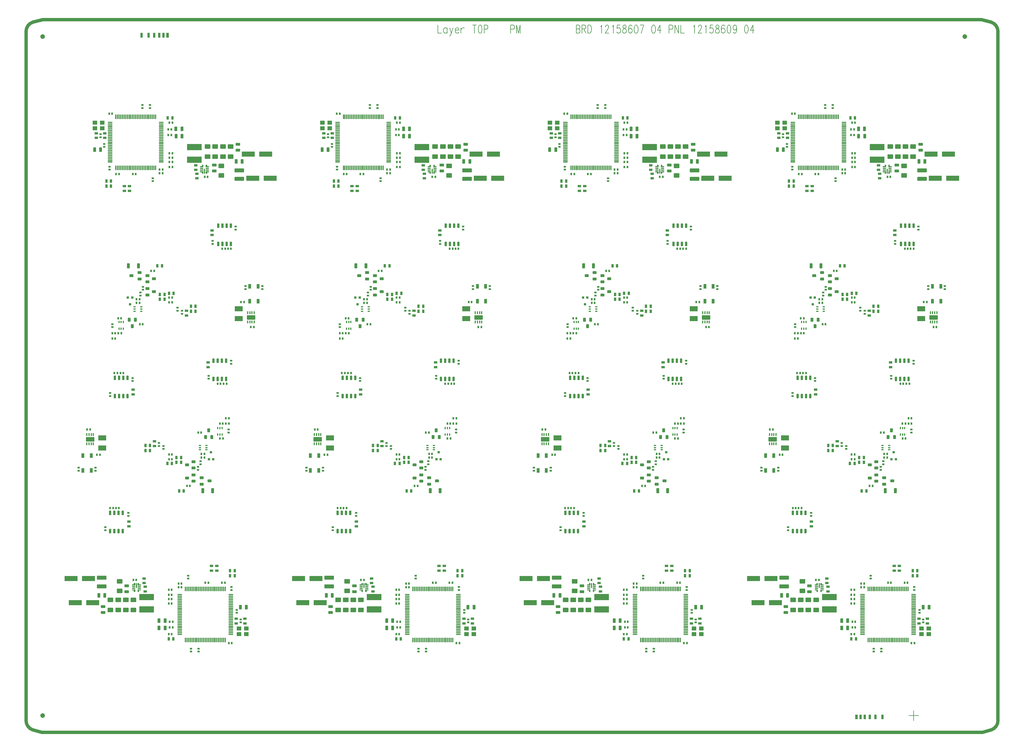
<source format=gbr>
*
G04 Job   : C:\Users\kuehne01\Desktop\Mentor_kuehne01\_JLR\12158607\Panel_12158609\12158609.pnl*
G04 User  : DE230259:kuehne01*
G04 Layer : SolderPasteTop.gbr*
G04 Date  : Tue Jul 23 11:50:02 2024*
G04 Expedition Layer: Solder Paste - Top*
%ICAS*%
%MOIN*%
%FSDAX24Y24*%
%OFA0.0000B0.0000*%
G90*
G74*
%AMVB_RCRECTANGLE*
$3=$3X2*
21,1,$1-$3,$2,0,0,0*
21,1,$1,$2-$3,0,0,0*
$1=$1/2*
$2=$2/2*
$3=$3/2*
$1=$1-$3*
$2=$2-$3*
1,1,$3X2,0-$1,0-$2*
1,1,$3X2,0-$1,$2*
1,1,$3X2,$1,$2*
1,1,$3X2,$1,0-$2*
%
%ADD11C,0.00787*%
%ADD10C,0.03937*%
%ADD20VB_RCRECTANGLE,0.02362X0.01575X0.00197*%
%ADD26VB_RCRECTANGLE,0.01575X0.02362X0.00197*%
%ADD19VB_RCRECTANGLE,0.02756X0.01969X0.00197*%
%ADD16VB_RCRECTANGLE,0.01969X0.02756X0.00197*%
%ADD25VB_RCRECTANGLE,0.02362X0.02953X0.00197*%
%ADD31VB_RCRECTANGLE,0.01575X0.03150X0.00197*%
%ADD73VB_RCRECTANGLE,0.03937X0.01083X0.00197*%
%ADD14VB_RCRECTANGLE,0.03937X0.02756X0.00197*%
%ADD70VB_RCRECTANGLE,0.02756X0.03937X0.00197*%
%ADD28VB_RCRECTANGLE,0.04724X0.03150X0.00197*%
%ADD17VB_RCRECTANGLE,0.03150X0.04724X0.00197*%
%ADD21VB_RCRECTANGLE,0.02362X0.05118X0.00197*%
%ADD22VB_RCRECTANGLE,0.05118X0.03150X0.00197*%
%ADD71VB_RCRECTANGLE,0.03150X0.05118X0.00197*%
%ADD13VB_RCRECTANGLE,0.05512X0.01181X0.00197*%
%ADD12VB_RCRECTANGLE,0.01181X0.05512X0.00197*%
%ADD33VB_RCRECTANGLE,0.03543X0.05512X0.00197*%
%ADD15VB_RCRECTANGLE,0.05512X0.04724X0.00197*%
%ADD72VB_RCRECTANGLE,0.01378X0.05906X0.00197*%
%ADD24VB_RCRECTANGLE,0.03150X0.05906X0.00197*%
%ADD18VB_RCRECTANGLE,0.06693X0.05118X0.00197*%
%ADD27VB_RCRECTANGLE,0.09449X0.06299X0.00197*%
%ADD32VB_RCRECTANGLE,0.09843X0.05118X0.00197*%
%ADD30VB_RCRECTANGLE,0.11024X0.04724X0.00197*%
%ADD29VB_RCRECTANGLE,0.15157X0.06299X0.00197*%
%ADD23VB_RCRECTANGLE,0.17323X0.07480X0.00197*%
G01*
G36*
X-103425Y-000283D02*
Y-000039D01*
X-103669*
G02X-103671Y000000I000283J000039*
X-103386Y000285I000285*
X-103346Y000283J000285*
G01Y000039*
X-103103*
G02X-103100Y000000I000283J000039*
X-103386Y-000285I000286*
X-103425Y-000283J000285*
G01Y000283D02*
Y000039D01*
X-103669*
G03X-103671Y000000I000283J000039*
X-103386Y-000285I000285*
X-103346Y-000283J000285*
G01Y-000039*
X-103103*
G03X-103100Y000000I000283J000039*
X-103386Y000285I000286*
X-103425Y000283J000285*
G01Y080347D02*
Y080591D01*
X-103669*
G02X-103671Y080630I000283J000039*
X-103386Y080915I000285*
X-103346Y080913J000285*
G01Y080669*
X-103103*
G02X-103100Y080630I000283J000039*
X-103386Y080344I000286*
X-103425Y080347J000286*
G01Y080913D02*
Y080669D01*
X-103669*
G03X-103671Y080630I000283J000039*
X-103386Y080344I000285*
X-103346Y080347J000286*
G01Y080591*
X-103103*
G03X-103100Y080630I000283J000039*
X-103386Y080915I000286*
X-103425Y080913J000285*
G01X-092406Y014972D02*
X-092760D01*
G03X-092780Y014953J000019*
G01Y014874*
G03X-092760Y014854I000020*
G01X-092563*
Y014697*
G03X-092543Y014677I000020*
G01X-092406*
G03X-092386Y014697J000020*
G01Y014953*
G03X-092406Y014972I000020*
G01Y015445D02*
X-092760D01*
G02X-092780Y015465J000020*
G01Y015543*
G02X-092760Y015563I000020*
G01X-092563*
Y015720*
G02X-092543Y015740I000020*
G01X-092406*
G02X-092386Y015720J000020*
G01Y015465*
G02X-092406Y015445I000020*
G01X-092091Y014972D02*
X-091736D01*
G02X-091717Y014953J000019*
G01Y014874*
G02X-091736Y014854I000019*
G01X-091933*
Y014697*
G02X-091953Y014677I000020*
G01X-092091*
G02X-092110Y014697J000020*
G01Y014953*
G02X-092091Y014972I000019*
G01Y015445D02*
X-091736D01*
G03X-091717Y015465J000020*
G01Y015543*
G03X-091736Y015563I000019*
G01X-091933*
Y015720*
G03X-091953Y015740I000020*
G01X-092091*
G03X-092110Y015720J000020*
G01Y015465*
G03X-092091Y015445I000019*
G01X-091772Y080512D02*
X-091496D01*
Y081063*
X-091772*
Y080512*
X-090945D02*
X-090669D01*
Y081063*
X-090945*
Y080512*
X-090276D02*
X-090000D01*
Y081063*
X-090276*
Y080512*
X-089685D02*
X-089409D01*
Y081063*
X-089685*
Y080512*
X-089173D02*
X-088898D01*
Y081063*
X-089173*
Y080512*
X-088701D02*
X-088425D01*
Y081063*
X-088701*
Y080512*
X-084327Y064634D02*
X-084681D01*
G03X-084701Y064614J000020*
G01Y064535*
G03X-084681Y064516I000020*
G01X-084484*
Y064358*
G03X-084465Y064339I000019*
G01X-084327*
G03X-084307Y064358J000019*
G01Y064614*
G03X-084327Y064634I000020*
G01Y065106D02*
X-084681D01*
G02X-084701Y065126J000020*
G01Y065205*
G02X-084681Y065224I000020*
G01X-084484*
Y065382*
G02X-084465Y065402I000019*
G01X-084327*
G02X-084307Y065382J000020*
G01Y065126*
G02X-084327Y065106I000020*
G01X-084012Y064634D02*
X-083657D01*
G02X-083638Y064614J000020*
G01Y064535*
G02X-083657Y064516I000019*
G01X-083854*
Y064358*
G02X-083874Y064339I000020*
G01X-084012*
G02X-084031Y064358J000019*
G01Y064614*
G02X-084012Y064634I000019*
G01Y065106D02*
X-083657D01*
G03X-083638Y065126J000020*
G01Y065205*
G03X-083657Y065224I000019*
G01X-083854*
Y065382*
G03X-083874Y065402I000020*
G01X-084012*
G03X-084031Y065382J000020*
G01Y065126*
G03X-084012Y065106I000019*
G01X-065398Y014972D02*
X-065752D01*
G03X-065772Y014953J000019*
G01Y014874*
G03X-065752Y014854I000020*
G01X-065555*
Y014697*
G03X-065535Y014677I000020*
G01X-065398*
G03X-065378Y014697J000020*
G01Y014953*
G03X-065398Y014972I000020*
G01Y015445D02*
X-065752D01*
G02X-065772Y015465J000020*
G01Y015543*
G02X-065752Y015563I000020*
G01X-065555*
Y015720*
G02X-065535Y015740I000020*
G01X-065398*
G02X-065378Y015720J000020*
G01Y015465*
G02X-065398Y015445I000020*
G01X-065083Y014972D02*
X-064728D01*
G02X-064709Y014953J000019*
G01Y014874*
G02X-064728Y014854I000019*
G01X-064925*
Y014697*
G02X-064945Y014677I000020*
G01X-065083*
G02X-065102Y014697J000020*
G01Y014953*
G02X-065083Y014972I000019*
G01Y015445D02*
X-064728D01*
G03X-064709Y015465J000020*
G01Y015543*
G03X-064728Y015563I000019*
G01X-064925*
Y015720*
G03X-064945Y015740I000020*
G01X-065083*
G03X-065102Y015720J000020*
G01Y015465*
G03X-065083Y015445I000019*
G01X-057319Y064634D02*
X-057673D01*
G03X-057693Y064614J000020*
G01Y064535*
G03X-057673Y064516I000020*
G01X-057476*
Y064358*
G03X-057457Y064339I000019*
G01X-057319*
G03X-057299Y064358J000019*
G01Y064614*
G03X-057319Y064634I000020*
G01Y065106D02*
X-057673D01*
G02X-057693Y065126J000020*
G01Y065205*
G02X-057673Y065224I000020*
G01X-057476*
Y065382*
G02X-057457Y065402I000019*
G01X-057319*
G02X-057299Y065382J000020*
G01Y065126*
G02X-057319Y065106I000020*
G01X-057004Y064634D02*
X-056650D01*
G02X-056630Y064614J000020*
G01Y064535*
G02X-056650Y064516I000020*
G01X-056846*
Y064358*
G02X-056866Y064339I000020*
G01X-057004*
G02X-057024Y064358J000019*
G01Y064614*
G02X-057004Y064634I000020*
G01Y065106D02*
X-056650D01*
G03X-056630Y065126J000020*
G01Y065205*
G03X-056650Y065224I000020*
G01X-056846*
Y065382*
G03X-056866Y065402I000020*
G01X-057004*
G03X-057024Y065382J000020*
G01Y065126*
G03X-057004Y065106I000020*
G01X-038390Y014972D02*
X-038744D01*
G03X-038764Y014953J000019*
G01Y014874*
G03X-038744Y014854I000020*
G01X-038547*
Y014697*
G03X-038528Y014677I000019*
G01X-038390*
G03X-038370Y014697J000020*
G01Y014953*
G03X-038390Y014972I000020*
G01Y015445D02*
X-038744D01*
G02X-038764Y015465J000020*
G01Y015543*
G02X-038744Y015563I000020*
G01X-038547*
Y015720*
G02X-038528Y015740I000019*
G01X-038390*
G02X-038370Y015720J000020*
G01Y015465*
G02X-038390Y015445I000020*
G01X-038075Y014972D02*
X-037720D01*
G02X-037701Y014953J000019*
G01Y014874*
G02X-037720Y014854I000019*
G01X-037917*
Y014697*
G02X-037937Y014677I000020*
G01X-038075*
G02X-038094Y014697J000020*
G01Y014953*
G02X-038075Y014972I000019*
G01Y015445D02*
X-037720D01*
G03X-037701Y015465J000020*
G01Y015543*
G03X-037720Y015563I000019*
G01X-037917*
Y015720*
G03X-037937Y015740I000020*
G01X-038075*
G03X-038094Y015720J000020*
G01Y015465*
G03X-038075Y015445I000019*
G01X-030311Y064634D02*
X-030665D01*
G03X-030685Y064614J000020*
G01Y064535*
G03X-030665Y064516I000020*
G01X-030469*
Y064358*
G03X-030449Y064339I000020*
G01X-030311*
G03X-030291Y064358J000019*
G01Y064614*
G03X-030311Y064634I000020*
G01Y065106D02*
X-030665D01*
G02X-030685Y065126J000020*
G01Y065205*
G02X-030665Y065224I000020*
G01X-030469*
Y065382*
G02X-030449Y065402I000020*
G01X-030311*
G02X-030291Y065382J000020*
G01Y065126*
G02X-030311Y065106I000020*
G01X-029996Y064634D02*
X-029642D01*
G02X-029622Y064614J000020*
G01Y064535*
G02X-029642Y064516I000020*
G01X-029839*
Y064358*
G02X-029858Y064339I000019*
G01X-029996*
G02X-030016Y064358J000019*
G01Y064614*
G02X-029996Y064634I000020*
G01Y065106D02*
X-029642D01*
G03X-029622Y065126J000020*
G01Y065205*
G03X-029642Y065224I000020*
G01X-029839*
Y065382*
G03X-029858Y065402I000019*
G01X-029996*
G03X-030016Y065382J000020*
G01Y065126*
G03X-029996Y065106I000020*
G01X-011382Y014972D02*
X-011736D01*
G03X-011756Y014953J000019*
G01Y014874*
G03X-011736Y014854I000020*
G01X-011539*
Y014697*
G03X-011520Y014677I000019*
G01X-011382*
G03X-011362Y014697J000020*
G01Y014953*
G03X-011382Y014972I000020*
G01Y015445D02*
X-011736D01*
G02X-011756Y015465J000020*
G01Y015543*
G02X-011736Y015563I000020*
G01X-011539*
Y015720*
G02X-011520Y015740I000019*
G01X-011382*
G02X-011362Y015720J000020*
G01Y015465*
G02X-011382Y015445I000020*
G01X-011067Y014972D02*
X-010713D01*
G02X-010693Y014953J000019*
G01Y014874*
G02X-010713Y014854I000020*
G01X-010909*
Y014697*
G02X-010929Y014677I000020*
G01X-011067*
G02X-011087Y014697J000020*
G01Y014953*
G02X-011067Y014972I000020*
G01Y015445D02*
X-010713D01*
G03X-010693Y015465J000020*
G01Y015543*
G03X-010713Y015563I000020*
G01X-010909*
Y015720*
G03X-010929Y015740I000020*
G01X-011067*
G03X-011087Y015720J000020*
G01Y015465*
G03X-011067Y015445I000020*
G01X-006929Y-000433D02*
X-006654D01*
Y000118*
X-006929*
Y-000433*
X-006457D02*
X-006181D01*
Y000118*
X-006457*
Y-000433*
X-005945D02*
X-005669D01*
Y000118*
X-005945*
Y-000433*
X-005354D02*
X-005079D01*
Y000118*
X-005354*
Y-000433*
X-004685D02*
X-004409D01*
Y000118*
X-004685*
Y-000433*
X-003858D02*
X-003583D01*
Y000118*
X-003858*
Y-000433*
X-003303Y064634D02*
X-003657D01*
G03X-003677Y064614J000020*
G01Y064535*
G03X-003657Y064516I000020*
G01X-003461*
Y064358*
G03X-003441Y064339I000020*
G01X-003303*
G03X-003283Y064358J000019*
G01Y064614*
G03X-003303Y064634I000020*
G01Y065106D02*
X-003657D01*
G02X-003677Y065126J000020*
G01Y065205*
G02X-003657Y065224I000020*
G01X-003461*
Y065382*
G02X-003441Y065402I000020*
G01X-003303*
G02X-003283Y065382J000020*
G01Y065126*
G02X-003303Y065106I000020*
G01X-002988Y064634D02*
X-002634D01*
G02X-002614Y064614J000020*
G01Y064535*
G02X-002634Y064516I000020*
G01X-002831*
Y064358*
G02X-002850Y064339I000019*
G01X-002988*
G02X-003008Y064358J000019*
G01Y064614*
G02X-002988Y064634I000020*
G01Y065106D02*
X-002634D01*
G03X-002614Y065126J000020*
G01Y065205*
G03X-002634Y065224I000020*
G01X-002831*
Y065382*
G03X-002850Y065402I000019*
G01X-002988*
G03X-003008Y065382J000020*
G01Y065126*
G03X-002988Y065106I000020*
G01X006024Y080347D02*
Y080591D01*
X005780*
G02X005778Y080630I000283J000039*
X006063Y080915I000285*
X006102Y080913J000285*
G01Y080669*
X006346*
G02X006348Y080630I000283J000039*
X006063Y080344I000285*
X006024Y080347J000286*
G01Y080913D02*
Y080669D01*
X005780*
G03X005778Y080630I000283J000039*
X006063Y080344I000285*
X006102Y080347J000286*
G01Y080591*
X006346*
G03X006348Y080630I000283J000039*
X006063Y080915I000285*
X006024Y080913J000285*
G37*
G54D10*
G01X-105354Y081220D02*
Y-000591D01*
G03X-104567Y-001704I001181*
G01X-103493Y-001987*
G03X-103339Y-002008I000154J000570*
G01X007995*
G03X008151Y-001987J000591*
G01X009213Y-001704*
G03X010000Y-000591I000394J001113*
G01Y081220*
G03X009213Y082334I001181*
G01X008142Y082618*
G03X007992Y082638I000151J000571*
G01X-103339*
G03X-103341I000002J000591*
X-103492Y082618J000591*
G01X-104567Y082334*
G03X-105354Y081220I000394J001114*
G54D11*
G01X-056494Y082009D02*
Y081025D01*
X-056055*
X-055366Y081532D02*
X-055439Y081621D01*
X-055512Y081666*
X-055627*
X-055700Y081621*
X-055773Y081532*
X-055805Y081397*
Y081293*
X-055773Y081159*
X-055700Y081069*
X-055627Y081025*
X-055512*
X-055439Y081069*
X-055366Y081159*
Y081666D02*
Y081025D01*
X-055084Y081666D02*
X-054886Y081025D01*
X-054677Y081666D02*
X-054886Y081025D01*
X-054949Y080831*
X-055022Y080741*
X-055084Y080697*
X-055116*
X-054427Y081397D02*
X-053988D01*
Y081487*
X-054020Y081576*
X-054061Y081621*
X-054134Y081666*
X-054249*
X-054322Y081621*
X-054395Y081532*
X-054427Y081397*
Y081293*
X-054395Y081159*
X-054322Y081069*
X-054249Y081025*
X-054134*
X-054061Y081069*
X-053988Y081159*
X-053738Y081397D02*
X-053686Y081532D01*
X-053581Y081621*
X-053466Y081666*
X-053299*
X-053738D02*
Y081025D01*
X-052360Y082009D02*
X-051921D01*
X-052141D02*
Y081025D01*
X-051514Y082009D02*
X-051566Y081949D01*
X-051619Y081860*
X-051650Y081770*
X-051671Y081636*
Y081397*
X-051650Y081263*
X-051619Y081159*
X-051566Y081069*
X-051514Y081025*
X-051399*
X-051347Y081069*
X-051285Y081159*
X-051264Y081263*
X-051232Y081397*
Y081636*
X-051264Y081770*
X-051285Y081860*
X-051347Y081949*
X-051399Y082009*
X-051514*
X-050982Y081025D02*
Y082009D01*
X-050700*
X-050606Y081949*
X-050575Y081904*
X-050543Y081815*
Y081681*
X-050575Y081576*
X-050606Y081532*
X-050700Y081487*
X-050982*
X-047832Y081025D02*
Y082009D01*
X-047550*
X-047456Y081949*
X-047425Y081904*
X-047394Y081815*
Y081681*
X-047425Y081576*
X-047456Y081532*
X-047550Y081487*
X-047832*
X-047143Y081025D02*
Y082009D01*
X-046924Y081025*
X-046705Y082009*
Y081025*
X-040053Y081532D02*
X-039771D01*
X-039677Y081487*
X-039646Y081442*
X-039615Y081353*
Y081204*
X-039646Y081114*
X-039677Y081070*
X-039771Y081025*
X-040053*
Y082009*
X-039771*
X-039677Y081949*
X-039646Y081905*
X-039615Y081815*
Y081726*
X-039646Y081636*
X-039677Y081577*
X-039771Y081532*
X-039364Y081025D02*
Y082009D01*
X-039082*
X-038988Y081949*
X-038957Y081905*
X-038926Y081815*
Y081726*
X-038957Y081636*
X-038988Y081577*
X-039082Y081532*
X-039364*
X-039145D02*
X-038926Y081025D01*
X-038675Y082009D02*
X-038456D01*
X-038362Y081949*
X-038299Y081860*
X-038268Y081770*
X-038237Y081636*
Y081398*
X-038268Y081263*
X-038299Y081159*
X-038362Y081070*
X-038456Y081025*
X-038675*
Y082009*
X-037130Y081815D02*
X-037089Y081860D01*
X-037036Y081994*
Y081025*
X-036577Y081770D02*
Y081815D01*
X-036546Y081905*
X-036514Y081949*
X-036452Y082009*
X-036327*
X-036264Y081949*
X-036233Y081905*
X-036201Y081815*
Y081726*
X-036233Y081636*
X-036295Y081487*
X-036608Y081025*
X-036170*
X-035752Y081815D02*
X-035711Y081860D01*
X-035658Y081994*
Y081025*
X-034855Y081994D02*
X-035168D01*
X-035199Y081577*
X-035168Y081621*
X-035074Y081666*
X-034980*
X-034886Y081621*
X-034823Y081532*
X-034792Y081398*
Y081293*
X-034823Y081159*
X-034886Y081070*
X-034980Y081025*
X-035074*
X-035168Y081070*
X-035199Y081114*
X-035230Y081204*
X-034385Y081994D02*
X-034479Y081949D01*
X-034510Y081860*
Y081770*
X-034479Y081666*
X-034416Y081621*
X-034291Y081577*
X-034197Y081532*
X-034134Y081442*
X-034103Y081353*
Y081204*
X-034134Y081114*
X-034166Y081070*
X-034260Y081025*
X-034385*
X-034479Y081070*
X-034510Y081114*
X-034541Y081204*
Y081353*
X-034510Y081442*
X-034448Y081532*
X-034354Y081577*
X-034228Y081621*
X-034166Y081666*
X-034134Y081770*
Y081860*
X-034166Y081949*
X-034260Y081994*
X-034385*
X-033445Y081860D02*
X-033477Y081949D01*
X-033581Y081994*
X-033654*
X-033759Y081949*
X-033821Y081815*
X-033853Y081577*
Y081353*
X-033821Y081159*
X-033759Y081070*
X-033654Y081025*
X-033623*
X-033518Y081070*
X-033445Y081159*
X-033414Y081293*
Y081353*
X-033445Y081487*
X-033518Y081577*
X-033623Y081621*
X-033654*
X-033759Y081577*
X-033821Y081487*
X-033853Y081353*
X-032976Y081994D02*
X-033070Y081949D01*
X-033132Y081815*
X-033164Y081577*
Y081442*
X-033132Y081204*
X-033070Y081070*
X-032976Y081025*
X-032913*
X-032819Y081070*
X-032756Y081204*
X-032725Y081442*
Y081577*
X-032756Y081815*
X-032819Y081949*
X-032913Y081994*
X-032976*
X-032475D02*
X-032036D01*
X-032349Y081025*
X-030909Y081994D02*
X-031003Y081949D01*
X-031065Y081815*
X-031097Y081577*
Y081442*
X-031065Y081204*
X-031003Y081070*
X-030909Y081025*
X-030846*
X-030752Y081070*
X-030690Y081204*
X-030658Y081442*
Y081577*
X-030690Y081815*
X-030752Y081949*
X-030846Y081994*
X-030909*
X-030115D02*
Y081025D01*
Y081994D02*
X-030408Y081353D01*
X-029969*
X-029030Y081025D02*
Y082009D01*
X-028748*
X-028654Y081949*
X-028623Y081905*
X-028591Y081815*
Y081681*
X-028623Y081577*
X-028654Y081532*
X-028748Y081487*
X-029030*
X-028341Y081025D02*
Y082009D01*
X-027902Y081025*
Y082009*
X-027652D02*
Y081025D01*
X-027213*
X-026107Y081815D02*
X-026065Y081860D01*
X-026013Y081994*
Y081025*
X-025554Y081770D02*
Y081815D01*
X-025522Y081905*
X-025491Y081949*
X-025428Y082009*
X-025303*
X-025240Y081949*
X-025209Y081905*
X-025178Y081815*
Y081726*
X-025209Y081636*
X-025272Y081487*
X-025585Y081025*
X-025147*
X-024729Y081815D02*
X-024687Y081860D01*
X-024635Y081994*
Y081025*
X-023831Y081994D02*
X-024144D01*
X-024176Y081577*
X-024144Y081621*
X-024050Y081666*
X-023957*
X-023863Y081621*
X-023800Y081532*
X-023769Y081398*
Y081293*
X-023800Y081159*
X-023863Y081070*
X-023957Y081025*
X-024050*
X-024144Y081070*
X-024176Y081114*
X-024207Y081204*
X-023362Y081994D02*
X-023455Y081949D01*
X-023487Y081860*
Y081770*
X-023455Y081666*
X-023393Y081621*
X-023268Y081577*
X-023174Y081532*
X-023111Y081442*
X-023080Y081353*
Y081204*
X-023111Y081114*
X-023142Y081070*
X-023236Y081025*
X-023362*
X-023455Y081070*
X-023487Y081114*
X-023518Y081204*
Y081353*
X-023487Y081442*
X-023424Y081532*
X-023330Y081577*
X-023205Y081621*
X-023142Y081666*
X-023111Y081770*
Y081860*
X-023142Y081949*
X-023236Y081994*
X-023362*
X-022422Y081860D02*
X-022453Y081949D01*
X-022558Y081994*
X-022631*
X-022735Y081949*
X-022798Y081815*
X-022829Y081577*
Y081353*
X-022798Y081159*
X-022735Y081070*
X-022631Y081025*
X-022599*
X-022495Y081070*
X-022422Y081159*
X-022391Y081293*
Y081353*
X-022422Y081487*
X-022495Y081577*
X-022599Y081621*
X-022631*
X-022735Y081577*
X-022798Y081487*
X-022829Y081353*
X-021952Y081994D02*
X-022046Y081949D01*
X-022109Y081815*
X-022140Y081577*
Y081442*
X-022109Y081204*
X-022046Y081070*
X-021952Y081025*
X-021890*
X-021796Y081070*
X-021733Y081204*
X-021702Y081442*
Y081577*
X-021733Y081815*
X-021796Y081949*
X-021890Y081994*
X-021952*
X-021013Y081681D02*
X-021044Y081532D01*
X-021107Y081442*
X-021222Y081398*
X-021253*
X-021357Y081442*
X-021420Y081532*
X-021451Y081681*
Y081726*
X-021420Y081860*
X-021357Y081949*
X-021253Y081994*
X-021222*
X-021107Y081949*
X-021044Y081860*
X-021013Y081681*
Y081442*
X-021044Y081204*
X-021107Y081070*
X-021222Y081025*
X-021284*
X-021389Y081070*
X-021420Y081159*
X-019885Y081994D02*
X-019979Y081949D01*
X-020042Y081815*
X-020073Y081577*
Y081442*
X-020042Y081204*
X-019979Y081070*
X-019885Y081025*
X-019823*
X-019729Y081070*
X-019666Y081204*
X-019635Y081442*
Y081577*
X-019666Y081815*
X-019729Y081949*
X-019823Y081994*
X-019885*
X-019092D02*
Y081025D01*
Y081994D02*
X-019384Y081353D01*
X-018946*
X-000591Y000000D02*
X000591D01*
X000000Y000591D02*
Y-000591D01*
G54D12*
X-094701Y065051D03*
Y071114D03*
X-094504Y065051D03*
Y071114D03*
X-094307Y065051D03*
Y071114D03*
X-094110Y065051D03*
Y071114D03*
X-093913Y065051D03*
Y071114D03*
X-093717Y065051D03*
Y071114D03*
X-093520Y065051D03*
Y071114D03*
X-093323Y065051D03*
Y071114D03*
X-093126Y065051D03*
Y071114D03*
X-092929Y065051D03*
Y071114D03*
X-092732Y065051D03*
Y071114D03*
X-092535Y065051D03*
Y071114D03*
X-092339Y065051D03*
Y071114D03*
X-092142Y065051D03*
Y071114D03*
X-091945Y065051D03*
Y071114D03*
X-091748Y065051D03*
Y071114D03*
X-091551Y065051D03*
Y071114D03*
X-091354Y065051D03*
Y071114D03*
X-091157Y065051D03*
Y071114D03*
X-090961Y065051D03*
Y071114D03*
X-090764Y065051D03*
Y071114D03*
X-090567Y065051D03*
Y071114D03*
X-090370Y065051D03*
Y071114D03*
X-090173Y065051D03*
Y071114D03*
X-089976Y065051D03*
Y071114D03*
X-086441Y008965D03*
Y015028D03*
X-086244Y008965D03*
Y015028D03*
X-086047Y008965D03*
Y015028D03*
X-085850Y008965D03*
Y015028D03*
X-085654Y008965D03*
Y015028D03*
X-085457Y008965D03*
Y015028D03*
X-085260Y008965D03*
Y015028D03*
X-085063Y008965D03*
Y015028D03*
X-084866Y008965D03*
Y015028D03*
X-084669Y008965D03*
Y015028D03*
X-084472Y008965D03*
Y015028D03*
X-084276Y008965D03*
Y015028D03*
X-084079Y008965D03*
Y015028D03*
X-083882Y008965D03*
Y015028D03*
X-083685Y008965D03*
Y015028D03*
X-083488Y008965D03*
Y015028D03*
X-083291Y008965D03*
Y015028D03*
X-083094Y008965D03*
Y015028D03*
X-082898Y008965D03*
Y015028D03*
X-082701Y008965D03*
Y015028D03*
X-082504Y008965D03*
Y015028D03*
X-082307Y008965D03*
Y015028D03*
X-082110Y008965D03*
Y015028D03*
X-081913Y008965D03*
Y015028D03*
X-081717Y008965D03*
Y015028D03*
X-067693Y065051D03*
Y071114D03*
X-067496Y065051D03*
Y071114D03*
X-067299Y065051D03*
Y071114D03*
X-067102Y065051D03*
Y071114D03*
X-066906Y065051D03*
Y071114D03*
X-066709Y065051D03*
Y071114D03*
X-066512Y065051D03*
Y071114D03*
X-066315Y065051D03*
Y071114D03*
X-066118Y065051D03*
Y071114D03*
X-065921Y065051D03*
Y071114D03*
X-065724Y065051D03*
Y071114D03*
X-065528Y065051D03*
Y071114D03*
X-065331Y065051D03*
Y071114D03*
X-065134Y065051D03*
Y071114D03*
X-064937Y065051D03*
Y071114D03*
X-064740Y065051D03*
Y071114D03*
X-064543Y065051D03*
Y071114D03*
X-064346Y065051D03*
Y071114D03*
X-064150Y065051D03*
Y071114D03*
X-063953Y065051D03*
Y071114D03*
X-063756Y065051D03*
Y071114D03*
X-063559Y065051D03*
Y071114D03*
X-063362Y065051D03*
Y071114D03*
X-063165Y065051D03*
Y071114D03*
X-062969Y065051D03*
Y071114D03*
X-059433Y008965D03*
Y015028D03*
X-059236Y008965D03*
Y015028D03*
X-059039Y008965D03*
Y015028D03*
X-058843Y008965D03*
Y015028D03*
X-058646Y008965D03*
Y015028D03*
X-058449Y008965D03*
Y015028D03*
X-058252Y008965D03*
Y015028D03*
X-058055Y008965D03*
Y015028D03*
X-057858Y008965D03*
Y015028D03*
X-057661Y008965D03*
Y015028D03*
X-057465Y008965D03*
Y015028D03*
X-057268Y008965D03*
Y015028D03*
X-057071Y008965D03*
Y015028D03*
X-056874Y008965D03*
Y015028D03*
X-056677Y008965D03*
Y015028D03*
X-056480Y008965D03*
Y015028D03*
X-056283Y008965D03*
Y015028D03*
X-056087Y008965D03*
Y015028D03*
X-055890Y008965D03*
Y015028D03*
X-055693Y008965D03*
Y015028D03*
X-055496Y008965D03*
Y015028D03*
X-055299Y008965D03*
Y015028D03*
X-055102Y008965D03*
Y015028D03*
X-054906Y008965D03*
Y015028D03*
X-054709Y008965D03*
Y015028D03*
X-040685Y065051D03*
Y071114D03*
X-040488Y065051D03*
Y071114D03*
X-040291Y065051D03*
Y071114D03*
X-040094Y065051D03*
Y071114D03*
X-039898Y065051D03*
Y071114D03*
X-039701Y065051D03*
Y071114D03*
X-039504Y065051D03*
Y071114D03*
X-039307Y065051D03*
Y071114D03*
X-039110Y065051D03*
Y071114D03*
X-038913Y065051D03*
Y071114D03*
X-038717Y065051D03*
Y071114D03*
X-038520Y065051D03*
Y071114D03*
X-038323Y065051D03*
Y071114D03*
X-038126Y065051D03*
Y071114D03*
X-037929Y065051D03*
Y071114D03*
X-037732Y065051D03*
Y071114D03*
X-037535Y065051D03*
Y071114D03*
X-037339Y065051D03*
Y071114D03*
X-037142Y065051D03*
Y071114D03*
X-036945Y065051D03*
Y071114D03*
X-036748Y065051D03*
Y071114D03*
X-036551Y065051D03*
Y071114D03*
X-036354Y065051D03*
Y071114D03*
X-036157Y065051D03*
Y071114D03*
X-035961Y065051D03*
Y071114D03*
X-032425Y008965D03*
Y015028D03*
X-032228Y008965D03*
Y015028D03*
X-032031Y008965D03*
Y015028D03*
X-031835Y008965D03*
Y015028D03*
X-031638Y008965D03*
Y015028D03*
X-031441Y008965D03*
Y015028D03*
X-031244Y008965D03*
Y015028D03*
X-031047Y008965D03*
Y015028D03*
X-030850Y008965D03*
Y015028D03*
X-030654Y008965D03*
Y015028D03*
X-030457Y008965D03*
Y015028D03*
X-030260Y008965D03*
Y015028D03*
X-030063Y008965D03*
Y015028D03*
X-029866Y008965D03*
Y015028D03*
X-029669Y008965D03*
Y015028D03*
X-029472Y008965D03*
Y015028D03*
X-029276Y008965D03*
Y015028D03*
X-029079Y008965D03*
Y015028D03*
X-028882Y008965D03*
Y015028D03*
X-028685Y008965D03*
Y015028D03*
X-028488Y008965D03*
Y015028D03*
X-028291Y008965D03*
Y015028D03*
X-028094Y008965D03*
Y015028D03*
X-027898Y008965D03*
Y015028D03*
X-027701Y008965D03*
Y015028D03*
X-013677Y065051D03*
Y071114D03*
X-013480Y065051D03*
Y071114D03*
X-013283Y065051D03*
Y071114D03*
X-013087Y065051D03*
Y071114D03*
X-012890Y065051D03*
Y071114D03*
X-012693Y065051D03*
Y071114D03*
X-012496Y065051D03*
Y071114D03*
X-012299Y065051D03*
Y071114D03*
X-012102Y065051D03*
Y071114D03*
X-011906Y065051D03*
Y071114D03*
X-011709Y065051D03*
Y071114D03*
X-011512Y065051D03*
Y071114D03*
X-011315Y065051D03*
Y071114D03*
X-011118Y065051D03*
Y071114D03*
X-010921Y065051D03*
Y071114D03*
X-010724Y065051D03*
Y071114D03*
X-010528Y065051D03*
Y071114D03*
X-010331Y065051D03*
Y071114D03*
X-010134Y065051D03*
Y071114D03*
X-009937Y065051D03*
Y071114D03*
X-009740Y065051D03*
Y071114D03*
X-009543Y065051D03*
Y071114D03*
X-009346Y065051D03*
Y071114D03*
X-009150Y065051D03*
Y071114D03*
X-008953Y065051D03*
Y071114D03*
X-005417Y008965D03*
Y015028D03*
X-005220Y008965D03*
Y015028D03*
X-005024Y008965D03*
Y015028D03*
X-004827Y008965D03*
Y015028D03*
X-004630Y008965D03*
Y015028D03*
X-004433Y008965D03*
Y015028D03*
X-004236Y008965D03*
Y015028D03*
X-004039Y008965D03*
Y015028D03*
X-003843Y008965D03*
Y015028D03*
X-003646Y008965D03*
Y015028D03*
X-003449Y008965D03*
Y015028D03*
X-003252Y008965D03*
Y015028D03*
X-003055Y008965D03*
Y015028D03*
X-002858Y008965D03*
Y015028D03*
X-002661Y008965D03*
Y015028D03*
X-002465Y008965D03*
Y015028D03*
X-002268Y008965D03*
Y015028D03*
X-002071Y008965D03*
Y015028D03*
X-001874Y008965D03*
Y015028D03*
X-001677Y008965D03*
Y015028D03*
X-001480Y008965D03*
Y015028D03*
X-001283Y008965D03*
Y015028D03*
X-001087Y008965D03*
Y015028D03*
X-000890Y008965D03*
Y015028D03*
X-000693Y008965D03*
Y015028D03*
G54D13*
X-095370Y065720D03*
Y065917D03*
Y066114D03*
Y066311D03*
Y066508D03*
Y066705D03*
Y066902D03*
Y067098D03*
Y067295D03*
Y067492D03*
Y067689D03*
Y067886D03*
Y068083D03*
Y068280D03*
Y068476D03*
Y068673D03*
Y068870D03*
Y069067D03*
Y069264D03*
Y069461D03*
Y069657D03*
Y069854D03*
Y070051D03*
Y070248D03*
Y070445D03*
X-089307Y065720D03*
Y065917D03*
Y066114D03*
Y066311D03*
Y066508D03*
Y066705D03*
Y066902D03*
Y067098D03*
Y067295D03*
Y067492D03*
Y067689D03*
Y067886D03*
Y068083D03*
Y068280D03*
Y068476D03*
Y068673D03*
Y068870D03*
Y069067D03*
Y069264D03*
Y069461D03*
Y069657D03*
Y069854D03*
Y070051D03*
Y070248D03*
Y070445D03*
X-087110Y009634D03*
Y009831D03*
Y010028D03*
Y010224D03*
Y010421D03*
Y010618D03*
Y010815D03*
Y011012D03*
Y011209D03*
Y011406D03*
Y011602D03*
Y011799D03*
Y011996D03*
Y012193D03*
Y012390D03*
Y012587D03*
Y012783D03*
Y012980D03*
Y013177D03*
Y013374D03*
Y013571D03*
Y013768D03*
Y013965D03*
Y014161D03*
Y014358D03*
X-081047Y009634D03*
Y009831D03*
Y010028D03*
Y010224D03*
Y010421D03*
Y010618D03*
Y010815D03*
Y011012D03*
Y011209D03*
Y011406D03*
Y011602D03*
Y011799D03*
Y011996D03*
Y012193D03*
Y012390D03*
Y012587D03*
Y012783D03*
Y012980D03*
Y013177D03*
Y013374D03*
Y013571D03*
Y013768D03*
Y013965D03*
Y014161D03*
Y014358D03*
X-068362Y065720D03*
Y065917D03*
Y066114D03*
Y066311D03*
Y066508D03*
Y066705D03*
Y066902D03*
Y067098D03*
Y067295D03*
Y067492D03*
Y067689D03*
Y067886D03*
Y068083D03*
Y068280D03*
Y068476D03*
Y068673D03*
Y068870D03*
Y069067D03*
Y069264D03*
Y069461D03*
Y069657D03*
Y069854D03*
Y070051D03*
Y070248D03*
Y070445D03*
X-062299Y065720D03*
Y065917D03*
Y066114D03*
Y066311D03*
Y066508D03*
Y066705D03*
Y066902D03*
Y067098D03*
Y067295D03*
Y067492D03*
Y067689D03*
Y067886D03*
Y068083D03*
Y068280D03*
Y068476D03*
Y068673D03*
Y068870D03*
Y069067D03*
Y069264D03*
Y069461D03*
Y069657D03*
Y069854D03*
Y070051D03*
Y070248D03*
Y070445D03*
X-060102Y009634D03*
Y009831D03*
Y010028D03*
Y010224D03*
Y010421D03*
Y010618D03*
Y010815D03*
Y011012D03*
Y011209D03*
Y011406D03*
Y011602D03*
Y011799D03*
Y011996D03*
Y012193D03*
Y012390D03*
Y012587D03*
Y012783D03*
Y012980D03*
Y013177D03*
Y013374D03*
Y013571D03*
Y013768D03*
Y013965D03*
Y014161D03*
Y014358D03*
X-054039Y009634D03*
Y009831D03*
Y010028D03*
Y010224D03*
Y010421D03*
Y010618D03*
Y010815D03*
Y011012D03*
Y011209D03*
Y011406D03*
Y011602D03*
Y011799D03*
Y011996D03*
Y012193D03*
Y012390D03*
Y012587D03*
Y012783D03*
Y012980D03*
Y013177D03*
Y013374D03*
Y013571D03*
Y013768D03*
Y013965D03*
Y014161D03*
Y014358D03*
X-041354Y065720D03*
Y065917D03*
Y066114D03*
Y066311D03*
Y066508D03*
Y066705D03*
Y066902D03*
Y067098D03*
Y067295D03*
Y067492D03*
Y067689D03*
Y067886D03*
Y068083D03*
Y068280D03*
Y068476D03*
Y068673D03*
Y068870D03*
Y069067D03*
Y069264D03*
Y069461D03*
Y069657D03*
Y069854D03*
Y070051D03*
Y070248D03*
Y070445D03*
X-035291Y065720D03*
Y065917D03*
Y066114D03*
Y066311D03*
Y066508D03*
Y066705D03*
Y066902D03*
Y067098D03*
Y067295D03*
Y067492D03*
Y067689D03*
Y067886D03*
Y068083D03*
Y068280D03*
Y068476D03*
Y068673D03*
Y068870D03*
Y069067D03*
Y069264D03*
Y069461D03*
Y069657D03*
Y069854D03*
Y070051D03*
Y070248D03*
Y070445D03*
X-033094Y009634D03*
Y009831D03*
Y010028D03*
Y010224D03*
Y010421D03*
Y010618D03*
Y010815D03*
Y011012D03*
Y011209D03*
Y011406D03*
Y011602D03*
Y011799D03*
Y011996D03*
Y012193D03*
Y012390D03*
Y012587D03*
Y012783D03*
Y012980D03*
Y013177D03*
Y013374D03*
Y013571D03*
Y013768D03*
Y013965D03*
Y014161D03*
Y014358D03*
X-027031Y009634D03*
Y009831D03*
Y010028D03*
Y010224D03*
Y010421D03*
Y010618D03*
Y010815D03*
Y011012D03*
Y011209D03*
Y011406D03*
Y011602D03*
Y011799D03*
Y011996D03*
Y012193D03*
Y012390D03*
Y012587D03*
Y012783D03*
Y012980D03*
Y013177D03*
Y013374D03*
Y013571D03*
Y013768D03*
Y013965D03*
Y014161D03*
Y014358D03*
X-014346Y065720D03*
Y065917D03*
Y066114D03*
Y066311D03*
Y066508D03*
Y066705D03*
Y066902D03*
Y067098D03*
Y067295D03*
Y067492D03*
Y067689D03*
Y067886D03*
Y068083D03*
Y068280D03*
Y068476D03*
Y068673D03*
Y068870D03*
Y069067D03*
Y069264D03*
Y069461D03*
Y069657D03*
Y069854D03*
Y070051D03*
Y070248D03*
Y070445D03*
X-008283Y065720D03*
Y065917D03*
Y066114D03*
Y066311D03*
Y066508D03*
Y066705D03*
Y066902D03*
Y067098D03*
Y067295D03*
Y067492D03*
Y067689D03*
Y067886D03*
Y068083D03*
Y068280D03*
Y068476D03*
Y068673D03*
Y068870D03*
Y069067D03*
Y069264D03*
Y069461D03*
Y069657D03*
Y069854D03*
Y070051D03*
Y070248D03*
Y070445D03*
X-006087Y009634D03*
Y009831D03*
Y010028D03*
Y010224D03*
Y010421D03*
Y010618D03*
Y010815D03*
Y011012D03*
Y011209D03*
Y011406D03*
Y011602D03*
Y011799D03*
Y011996D03*
Y012193D03*
Y012390D03*
Y012587D03*
Y012783D03*
Y012980D03*
Y013177D03*
Y013374D03*
Y013571D03*
Y013768D03*
Y013965D03*
Y014161D03*
Y014358D03*
X-000024Y009634D03*
Y009831D03*
Y010028D03*
Y010224D03*
Y010421D03*
Y010618D03*
Y010815D03*
Y011012D03*
Y011209D03*
Y011406D03*
Y011602D03*
Y011799D03*
Y011996D03*
Y012193D03*
Y012390D03*
Y012587D03*
Y012783D03*
Y012980D03*
Y013177D03*
Y013374D03*
Y013571D03*
Y013768D03*
Y013965D03*
Y014161D03*
Y014358D03*
G54D14*
X-097028Y068587D03*
Y069138D03*
X-096016Y068587D03*
Y069138D03*
X-093689Y062315D03*
Y062866D03*
X-093154Y022472D03*
Y023024D03*
X-093067Y062315D03*
Y062866D03*
X-092657Y038150D03*
Y038701D03*
X-091345Y015729D03*
Y016281D03*
X-091201Y014736D03*
Y015287D03*
X-090114Y032012D03*
Y032563D03*
X-086303Y047516D03*
Y048067D03*
X-085216Y064791D03*
Y065343D03*
X-085072Y063798D03*
Y064349D03*
X-083760Y041378D03*
Y041929D03*
X-083350Y017213D03*
Y017764D03*
X-083264Y057055D03*
Y057606D03*
X-082728Y017213D03*
Y017764D03*
X-080402Y010941D03*
Y011492D03*
X-079390Y010941D03*
Y011492D03*
X-070020Y068587D03*
Y069138D03*
X-069008Y068587D03*
Y069138D03*
X-066681Y062315D03*
Y062866D03*
X-066146Y022472D03*
Y023024D03*
X-066059Y062315D03*
Y062866D03*
X-065650Y038150D03*
Y038701D03*
X-064338Y015729D03*
Y016281D03*
X-064194Y014736D03*
Y015287D03*
X-063106Y032012D03*
Y032563D03*
X-059295Y047516D03*
Y048067D03*
X-058208Y064791D03*
Y065343D03*
X-058064Y063798D03*
Y064349D03*
X-056752Y041378D03*
Y041929D03*
X-056343Y017213D03*
Y017764D03*
X-056256Y057055D03*
Y057606D03*
X-055720Y017213D03*
Y017764D03*
X-053394Y010941D03*
Y011492D03*
X-052382Y010941D03*
Y011492D03*
X-043012Y068587D03*
Y069138D03*
X-042000Y068587D03*
Y069138D03*
X-039673Y062315D03*
Y062866D03*
X-039138Y022472D03*
Y023024D03*
X-039051Y062315D03*
Y062866D03*
X-038642Y038150D03*
Y038701D03*
X-037330Y015729D03*
Y016281D03*
X-037186Y014736D03*
Y015287D03*
X-036098Y032012D03*
Y032563D03*
X-032287Y047516D03*
Y048067D03*
X-031200Y064791D03*
Y065343D03*
X-031056Y063798D03*
Y064349D03*
X-029744Y041378D03*
Y041929D03*
X-029335Y017213D03*
Y017764D03*
X-029248Y057055D03*
Y057606D03*
X-028713Y017213D03*
Y017764D03*
X-026386Y010941D03*
Y011492D03*
X-025374Y010941D03*
Y011492D03*
X-016004Y068587D03*
Y069138D03*
X-014992Y068587D03*
Y069138D03*
X-012665Y062315D03*
Y062866D03*
X-012130Y022472D03*
Y023024D03*
X-012043Y062315D03*
Y062866D03*
X-011634Y038150D03*
Y038701D03*
X-010322Y015729D03*
Y016281D03*
X-010178Y014736D03*
Y015287D03*
X-009091Y032012D03*
Y032563D03*
X-005280Y047516D03*
Y048067D03*
X-004192Y064791D03*
Y065343D03*
X-004048Y063798D03*
Y064349D03*
X-002736Y041378D03*
Y041929D03*
X-002327Y017213D03*
Y017764D03*
X-002240Y057055D03*
Y057606D03*
X-001705Y017213D03*
Y017764D03*
X000622Y010941D03*
Y011492D03*
X001634Y010941D03*
Y011492D03*
G54D15*
X-097189Y069732D03*
Y070402D03*
X-096323Y069732D03*
Y070402D03*
X-080094Y009677D03*
Y010346D03*
X-079228Y009677D03*
Y010346D03*
X-070181Y069732D03*
Y070402D03*
X-069315Y069732D03*
Y070402D03*
X-053087Y009677D03*
Y010346D03*
X-052220Y009677D03*
Y010346D03*
X-043173Y069732D03*
Y070402D03*
X-042307Y069732D03*
Y070402D03*
X-026079Y009677D03*
Y010346D03*
X-025213Y009677D03*
Y010346D03*
X-016165Y069732D03*
Y070402D03*
X-015299Y069732D03*
Y070402D03*
X000929Y009677D03*
Y010346D03*
X001795Y009677D03*
Y010346D03*
G54D16*
X-098098Y033957D03*
X-097744D03*
X-096941Y030984D03*
X-096587D03*
X-095484Y071461D03*
X-095378Y024642D03*
X-095130Y071461D03*
X-095126Y044776D03*
Y045409D03*
X-095024Y024642D03*
X-094870Y040673D03*
X-094772Y044776D03*
Y045409D03*
X-094689Y024650D03*
X-094663Y064299D03*
X-094516Y040673D03*
X-094425Y047181D03*
X-094413Y045402D03*
X-094335Y024650D03*
X-094309Y064299D03*
X-094154Y040673D03*
X-094071Y047181D03*
X-094059Y045402D03*
X-093799Y040673D03*
X-092689Y064311D03*
X-092622Y016106D03*
X-092335Y064311D03*
X-092268Y016106D03*
X-092238Y049006D03*
Y049429D03*
X-091884Y049006D03*
Y049429D03*
X-091850Y046478D03*
X-091496D03*
X-090516Y052795D03*
X-090161D03*
X-089514Y064402D03*
Y064839D03*
X-089159Y064402D03*
Y064839D03*
X-088465Y068937D03*
Y069598D03*
X-088425Y009685D03*
Y013303D03*
Y013839D03*
Y014331D03*
Y014945D03*
X-088394Y030441D03*
Y031000D03*
X-088378Y049079D03*
Y049638D03*
X-088346Y065134D03*
Y065748D03*
Y066240D03*
Y066776D03*
Y070394D03*
X-088307Y010480D03*
Y011142D03*
X-088110Y068937D03*
Y069598D03*
X-088071Y009685D03*
Y013303D03*
Y013839D03*
Y014331D03*
Y014945D03*
X-088039Y030441D03*
Y031000D03*
X-088024Y049079D03*
Y049638D03*
X-087992Y065134D03*
Y065748D03*
Y066240D03*
Y066776D03*
Y070394D03*
X-087953Y010480D03*
Y011142D03*
X-087258Y015240D03*
Y015677D03*
X-086904Y015240D03*
Y015677D03*
X-086256Y027283D03*
X-085902D03*
X-084921Y033600D03*
X-084567D03*
X-084533Y030650D03*
Y031073D03*
X-084179Y030650D03*
Y031073D03*
X-084150Y063972D03*
X-084083Y015768D03*
X-083795Y063972D03*
X-083728Y015768D03*
X-082618Y039406D03*
X-082358Y034677D03*
X-082346Y032898D03*
X-082264Y039406D03*
X-082108Y015780D03*
X-082083Y055429D03*
X-082004Y034677D03*
X-081992Y032898D03*
X-081902Y039406D03*
X-081754Y015780D03*
X-081728Y055429D03*
X-081646Y034669D03*
Y035303D03*
X-081547Y039406D03*
X-081394Y055437D03*
X-081291Y034669D03*
Y035303D03*
X-081287Y008618D03*
X-081039Y055437D03*
X-080933Y008618D03*
X-079831Y049094D03*
X-079476D03*
X-078673Y046122D03*
X-078319D03*
X-071091Y033957D03*
X-070736D03*
X-069933Y030984D03*
X-069579D03*
X-068476Y071461D03*
X-068370Y024642D03*
X-068122Y071461D03*
X-068118Y044776D03*
Y045409D03*
X-068016Y024642D03*
X-067862Y040673D03*
X-067764Y044776D03*
Y045409D03*
X-067681Y024650D03*
X-067656Y064299D03*
X-067508Y040673D03*
X-067417Y047181D03*
X-067406Y045402D03*
X-067327Y024650D03*
X-067301Y064299D03*
X-067146Y040673D03*
X-067063Y047181D03*
X-067051Y045402D03*
X-066791Y040673D03*
X-065681Y064311D03*
X-065614Y016106D03*
X-065327Y064311D03*
X-065260Y016106D03*
X-065230Y049006D03*
Y049429D03*
X-064876Y049006D03*
Y049429D03*
X-064843Y046478D03*
X-064488D03*
X-063508Y052795D03*
X-063154D03*
X-062506Y064402D03*
Y064839D03*
X-062152Y064402D03*
Y064839D03*
X-061457Y068937D03*
Y069598D03*
X-061417Y009685D03*
Y013303D03*
Y013839D03*
Y014331D03*
Y014945D03*
X-061386Y030441D03*
Y031000D03*
X-061370Y049079D03*
Y049638D03*
X-061339Y065134D03*
Y065748D03*
Y066240D03*
Y066776D03*
Y070394D03*
X-061299Y010480D03*
Y011142D03*
X-061102Y068937D03*
Y069598D03*
X-061063Y009685D03*
Y013303D03*
Y013839D03*
Y014331D03*
Y014945D03*
X-061031Y030441D03*
Y031000D03*
X-061016Y049079D03*
Y049638D03*
X-060984Y065134D03*
Y065748D03*
Y066240D03*
Y066776D03*
Y070394D03*
X-060945Y010480D03*
Y011142D03*
X-060250Y015240D03*
Y015677D03*
X-059896Y015240D03*
Y015677D03*
X-059248Y027283D03*
X-058894D03*
X-057913Y033600D03*
X-057559D03*
X-057526Y030650D03*
Y031073D03*
X-057171Y030650D03*
Y031073D03*
X-057142Y063972D03*
X-057075Y015768D03*
X-056787Y063972D03*
X-056720Y015768D03*
X-055610Y039406D03*
X-055350Y034677D03*
X-055339Y032898D03*
X-055256Y039406D03*
X-055100Y015780D03*
X-055075Y055429D03*
X-054996Y034677D03*
X-054984Y032898D03*
X-054894Y039406D03*
X-054746Y015780D03*
X-054720Y055429D03*
X-054638Y034669D03*
Y035303D03*
X-054539Y039406D03*
X-054386Y055437D03*
X-054283Y034669D03*
Y035303D03*
X-054280Y008618D03*
X-054031Y055437D03*
X-053925Y008618D03*
X-052823Y049094D03*
X-052469D03*
X-051665Y046122D03*
X-051311D03*
X-044083Y033957D03*
X-043728D03*
X-042925Y030984D03*
X-042571D03*
X-041469Y071461D03*
X-041362Y024642D03*
X-041114Y071461D03*
X-041110Y044776D03*
Y045409D03*
X-041008Y024642D03*
X-040854Y040673D03*
X-040756Y044776D03*
Y045409D03*
X-040673Y024650D03*
X-040648Y064299D03*
X-040500Y040673D03*
X-040409Y047181D03*
X-040398Y045402D03*
X-040319Y024650D03*
X-040293Y064299D03*
X-040138Y040673D03*
X-040055Y047181D03*
X-040043Y045402D03*
X-039783Y040673D03*
X-038673Y064311D03*
X-038606Y016106D03*
X-038319Y064311D03*
X-038252Y016106D03*
X-038222Y049006D03*
Y049429D03*
X-037868Y049006D03*
Y049429D03*
X-037835Y046478D03*
X-037480D03*
X-036500Y052795D03*
X-036146D03*
X-035498Y064402D03*
Y064839D03*
X-035144Y064402D03*
Y064839D03*
X-034449Y068937D03*
Y069598D03*
X-034409Y009685D03*
Y013303D03*
Y013839D03*
Y014331D03*
Y014945D03*
X-034378Y030441D03*
Y031000D03*
X-034362Y049079D03*
Y049638D03*
X-034331Y065134D03*
Y065748D03*
Y066240D03*
Y066776D03*
Y070394D03*
X-034291Y010480D03*
Y011142D03*
X-034094Y068937D03*
Y069598D03*
X-034055Y009685D03*
Y013303D03*
Y013839D03*
Y014331D03*
Y014945D03*
X-034024Y030441D03*
Y031000D03*
X-034008Y049079D03*
Y049638D03*
X-033976Y065134D03*
Y065748D03*
Y066240D03*
Y066776D03*
Y070394D03*
X-033937Y010480D03*
Y011142D03*
X-033242Y015240D03*
Y015677D03*
X-032888Y015240D03*
Y015677D03*
X-032240Y027283D03*
X-031886D03*
X-030906Y033600D03*
X-030551D03*
X-030518Y030650D03*
Y031073D03*
X-030163Y030650D03*
Y031073D03*
X-030134Y063972D03*
X-030067Y015768D03*
X-029780Y063972D03*
X-029713Y015768D03*
X-028602Y039406D03*
X-028343Y034677D03*
X-028331Y032898D03*
X-028248Y039406D03*
X-028093Y015780D03*
X-028067Y055429D03*
X-027988Y034677D03*
X-027976Y032898D03*
X-027886Y039406D03*
X-027738Y015780D03*
X-027713Y055429D03*
X-027630Y034669D03*
Y035303D03*
X-027531Y039406D03*
X-027378Y055437D03*
X-027276Y034669D03*
Y035303D03*
X-027272Y008618D03*
X-027024Y055437D03*
X-026917Y008618D03*
X-025815Y049094D03*
X-025461D03*
X-024657Y046122D03*
X-024303D03*
X-017075Y033957D03*
X-016720D03*
X-015917Y030984D03*
X-015563D03*
X-014461Y071461D03*
X-014354Y024642D03*
X-014106Y071461D03*
X-014102Y044776D03*
Y045409D03*
X-014000Y024642D03*
X-013846Y040673D03*
X-013748Y044776D03*
Y045409D03*
X-013665Y024650D03*
X-013640Y064299D03*
X-013492Y040673D03*
X-013402Y047181D03*
X-013390Y045402D03*
X-013311Y024650D03*
X-013285Y064299D03*
X-013130Y040673D03*
X-013047Y047181D03*
X-013035Y045402D03*
X-012776Y040673D03*
X-011665Y064311D03*
X-011598Y016106D03*
X-011311Y064311D03*
X-011244Y016106D03*
X-011215Y049006D03*
Y049429D03*
X-010860Y049006D03*
Y049429D03*
X-010827Y046478D03*
X-010472D03*
X-009492Y052795D03*
X-009138D03*
X-008490Y064402D03*
Y064839D03*
X-008136Y064402D03*
Y064839D03*
X-007441Y068937D03*
Y069598D03*
X-007402Y009685D03*
Y013303D03*
Y013839D03*
Y014331D03*
Y014945D03*
X-007370Y030441D03*
Y031000D03*
X-007354Y049079D03*
Y049638D03*
X-007323Y065134D03*
Y065748D03*
Y066240D03*
Y066776D03*
Y070394D03*
X-007283Y010480D03*
Y011142D03*
X-007087Y068937D03*
Y069598D03*
X-007047Y009685D03*
Y013303D03*
Y013839D03*
Y014331D03*
Y014945D03*
X-007016Y030441D03*
Y031000D03*
X-007000Y049079D03*
Y049638D03*
X-006969Y065134D03*
Y065748D03*
Y066240D03*
Y066776D03*
Y070394D03*
X-006929Y010480D03*
Y011142D03*
X-006234Y015240D03*
Y015677D03*
X-005880Y015240D03*
Y015677D03*
X-005232Y027283D03*
X-004878D03*
X-003898Y033600D03*
X-003543D03*
X-003510Y030650D03*
Y031073D03*
X-003156Y030650D03*
Y031073D03*
X-003126Y063972D03*
X-003059Y015768D03*
X-002772Y063972D03*
X-002705Y015768D03*
X-001594Y039406D03*
X-001335Y034677D03*
X-001323Y032898D03*
X-001240Y039406D03*
X-001085Y015780D03*
X-001059Y055429D03*
X-000980Y034677D03*
X-000969Y032898D03*
X-000878Y039406D03*
X-000730Y015780D03*
X-000705Y055429D03*
X-000622Y034669D03*
Y035303D03*
X-000524Y039406D03*
X-000370Y055437D03*
X-000268Y034669D03*
Y035303D03*
X-000264Y008618D03*
X-000016Y055437D03*
X000091Y008618D03*
X001193Y049094D03*
X001547D03*
X002350Y046122D03*
X002705D03*
G54D17*
X-093110Y047012D03*
X-092736Y046224D03*
X-092362Y047012D03*
X-084055Y033067D03*
X-083681Y033854D03*
X-083307Y033067D03*
X-066102Y047012D03*
X-065728Y046224D03*
X-065354Y047012D03*
X-057047Y033067D03*
X-056673Y033854D03*
X-056299Y033067D03*
X-039094Y047012D03*
X-038720Y046224D03*
X-038346Y047012D03*
X-030039Y033067D03*
X-029665Y033854D03*
X-029291Y033067D03*
X-012087Y047012D03*
X-011713Y046224D03*
X-011339Y047012D03*
X-003031Y033067D03*
X-002657Y033854D03*
X-002283Y033067D03*
G54D18*
X-095331Y012526D03*
Y013726D03*
X-094425Y012526D03*
Y013726D03*
X-094252Y014795D03*
Y015937D03*
X-093520Y012526D03*
Y013726D03*
X-092614Y012526D03*
Y013726D03*
X-083803Y066353D03*
Y067553D03*
X-082898Y066353D03*
Y067553D03*
X-082165Y064142D03*
Y065283D03*
X-081992Y066353D03*
Y067553D03*
X-081087Y066353D03*
Y067553D03*
X-068323Y012526D03*
Y013726D03*
X-067417Y012526D03*
Y013726D03*
X-067244Y014795D03*
Y015937D03*
X-066512Y012526D03*
Y013726D03*
X-065606Y012526D03*
Y013726D03*
X-056795Y066353D03*
Y067553D03*
X-055890Y066353D03*
Y067553D03*
X-055157Y064142D03*
Y065283D03*
X-054984Y066353D03*
Y067553D03*
X-054079Y066353D03*
Y067553D03*
X-041315Y012526D03*
Y013726D03*
X-040409Y012526D03*
Y013726D03*
X-040236Y014795D03*
Y015937D03*
X-039504Y012526D03*
Y013726D03*
X-038598Y012526D03*
Y013726D03*
X-029787Y066353D03*
Y067553D03*
X-028882Y066353D03*
Y067553D03*
X-028150Y064142D03*
Y065283D03*
X-027976Y066353D03*
Y067553D03*
X-027071Y066353D03*
Y067553D03*
X-014307Y012526D03*
Y013726D03*
X-013402Y012526D03*
Y013726D03*
X-013228Y014795D03*
Y015937D03*
X-012496Y012526D03*
Y013726D03*
X-011591Y012526D03*
Y013726D03*
X-002780Y066353D03*
Y067553D03*
X-001874Y066353D03*
Y067553D03*
X-001142Y064142D03*
Y065283D03*
X-000969Y066353D03*
Y067553D03*
X-000063Y066353D03*
Y067553D03*
G54D19*
X-099098Y029075D03*
Y029429D03*
X-097106Y029075D03*
Y029429D03*
X-096524Y068665D03*
Y069020D03*
X-096069Y067528D03*
Y067882D03*
X-095941Y022008D03*
Y022362D03*
X-095443Y064819D03*
Y065173D03*
X-095390Y037945D03*
Y038299D03*
X-095106Y046122D03*
Y046476D03*
X-093197Y023709D03*
Y024063D03*
X-092724Y039728D03*
Y040083D03*
X-091781Y049882D03*
Y050236D03*
X-091543Y072134D03*
Y072488D03*
X-091469Y050555D03*
Y050909D03*
X-090642Y072134D03*
Y072488D03*
X-090295Y063461D03*
Y063815D03*
X-089579Y032016D03*
Y032370D03*
X-089051Y031657D03*
Y032012D03*
X-087366Y048067D03*
Y048421D03*
X-086839Y047709D03*
Y048063D03*
X-086122Y016264D03*
Y016618D03*
X-085776Y007591D03*
Y007945D03*
X-084949Y029169D03*
Y029524D03*
X-084874Y007591D03*
Y007945D03*
X-084636Y029843D03*
Y030197D03*
X-083693Y039996D03*
Y040350D03*
X-083220Y056016D03*
Y056370D03*
X-081311Y033602D03*
Y033957D03*
X-081028Y041780D03*
Y042134D03*
X-080974Y014906D03*
Y015260D03*
X-080476Y057717D03*
Y058071D03*
X-080348Y012197D03*
Y012551D03*
X-079894Y011059D03*
Y011413D03*
X-079311Y050650D03*
Y051004D03*
X-077319Y050650D03*
Y051004D03*
X-072091Y029075D03*
Y029429D03*
X-070098Y029075D03*
Y029429D03*
X-069516Y068665D03*
Y069020D03*
X-069061Y067528D03*
Y067882D03*
X-068933Y022008D03*
Y022362D03*
X-068435Y064819D03*
Y065173D03*
X-068382Y037945D03*
Y038299D03*
X-068098Y046122D03*
Y046476D03*
X-066189Y023709D03*
Y024063D03*
X-065717Y039728D03*
Y040083D03*
X-064774Y049882D03*
Y050236D03*
X-064535Y072134D03*
Y072488D03*
X-064461Y050555D03*
Y050909D03*
X-063634Y072134D03*
Y072488D03*
X-063287Y063461D03*
Y063815D03*
X-062571Y032016D03*
Y032370D03*
X-062043Y031657D03*
Y032012D03*
X-060358Y048067D03*
Y048421D03*
X-059831Y047709D03*
Y048063D03*
X-059114Y016264D03*
Y016618D03*
X-058768Y007591D03*
Y007945D03*
X-057941Y029169D03*
Y029524D03*
X-057866Y007591D03*
Y007945D03*
X-057628Y029843D03*
Y030197D03*
X-056685Y039996D03*
Y040350D03*
X-056213Y056016D03*
Y056370D03*
X-054303Y033602D03*
Y033957D03*
X-054020Y041780D03*
Y042134D03*
X-053967Y014906D03*
Y015260D03*
X-053469Y057717D03*
Y058071D03*
X-053341Y012197D03*
Y012551D03*
X-052886Y011059D03*
Y011413D03*
X-052303Y050650D03*
Y051004D03*
X-050311Y050650D03*
Y051004D03*
X-045083Y029075D03*
Y029429D03*
X-043091Y029075D03*
Y029429D03*
X-042508Y068665D03*
Y069020D03*
X-042053Y067528D03*
Y067882D03*
X-041925Y022008D03*
Y022362D03*
X-041427Y064819D03*
Y065173D03*
X-041374Y037945D03*
Y038299D03*
X-041091Y046122D03*
Y046476D03*
X-039181Y023709D03*
Y024063D03*
X-038709Y039728D03*
Y040083D03*
X-037766Y049882D03*
Y050236D03*
X-037528Y072134D03*
Y072488D03*
X-037453Y050555D03*
Y050909D03*
X-036626Y072134D03*
Y072488D03*
X-036280Y063461D03*
Y063815D03*
X-035563Y032016D03*
Y032370D03*
X-035035Y031657D03*
Y032012D03*
X-033350Y048067D03*
Y048421D03*
X-032823Y047709D03*
Y048063D03*
X-032106Y016264D03*
Y016618D03*
X-031760Y007591D03*
Y007945D03*
X-030933Y029169D03*
Y029524D03*
X-030858Y007591D03*
Y007945D03*
X-030620Y029843D03*
Y030197D03*
X-029677Y039996D03*
Y040350D03*
X-029205Y056016D03*
Y056370D03*
X-027295Y033602D03*
Y033957D03*
X-027012Y041780D03*
Y042134D03*
X-026959Y014906D03*
Y015260D03*
X-026461Y057717D03*
Y058071D03*
X-026333Y012197D03*
Y012551D03*
X-025878Y011059D03*
Y011413D03*
X-025295Y050650D03*
Y051004D03*
X-023303Y050650D03*
Y051004D03*
X-018075Y029075D03*
Y029429D03*
X-016083Y029075D03*
Y029429D03*
X-015500Y068665D03*
Y069020D03*
X-015045Y067528D03*
Y067882D03*
X-014917Y022008D03*
Y022362D03*
X-014419Y064819D03*
Y065173D03*
X-014366Y037945D03*
Y038299D03*
X-014083Y046122D03*
Y046476D03*
X-012173Y023709D03*
Y024063D03*
X-011701Y039728D03*
Y040083D03*
X-010758Y049882D03*
Y050236D03*
X-010520Y072134D03*
Y072488D03*
X-010445Y050555D03*
Y050909D03*
X-009618Y072134D03*
Y072488D03*
X-009272Y063461D03*
Y063815D03*
X-008555Y032016D03*
Y032370D03*
X-008028Y031657D03*
Y032012D03*
X-006343Y048067D03*
Y048421D03*
X-005815Y047709D03*
Y048063D03*
X-005098Y016264D03*
Y016618D03*
X-004752Y007591D03*
Y007945D03*
X-003925Y029169D03*
Y029524D03*
X-003850Y007591D03*
Y007945D03*
X-003612Y029843D03*
Y030197D03*
X-002669Y039996D03*
Y040350D03*
X-002197Y056016D03*
Y056370D03*
X-000287Y033602D03*
Y033957D03*
X-000004Y041780D03*
Y042134D03*
X000049Y014906D03*
Y015260D03*
X000547Y057717D03*
Y058071D03*
X000675Y012197D03*
Y012551D03*
X001130Y011059D03*
Y011413D03*
X001713Y050650D03*
Y051004D03*
X003705Y050650D03*
Y051004D03*
G54D20*
X-092476Y048012D03*
Y048268D03*
Y048524D03*
X-091689Y048012D03*
Y048268D03*
Y048524D03*
X-084728Y031555D03*
Y031811D03*
Y032067D03*
X-083941Y031555D03*
Y031811D03*
Y032067D03*
X-065469Y048012D03*
Y048268D03*
Y048524D03*
X-064681Y048012D03*
Y048268D03*
Y048524D03*
X-057720Y031555D03*
Y031811D03*
Y032067D03*
X-056933Y031555D03*
Y031811D03*
Y032067D03*
X-038461Y048012D03*
Y048268D03*
Y048524D03*
X-037673Y048012D03*
Y048268D03*
Y048524D03*
X-030713Y031555D03*
Y031811D03*
Y032067D03*
X-029925Y031555D03*
Y031811D03*
Y032067D03*
X-011453Y048012D03*
Y048268D03*
Y048524D03*
X-010665Y048012D03*
Y048268D03*
Y048524D03*
X-003705Y031555D03*
Y031811D03*
Y032067D03*
X-002917Y031555D03*
Y031811D03*
Y032067D03*
G54D21*
X-095373Y021896D03*
Y024061D03*
X-094873Y021896D03*
Y024061D03*
X-094798Y037944D03*
Y040109D03*
X-094373Y021896D03*
Y024061D03*
X-094298Y037944D03*
Y040109D03*
X-093873Y021896D03*
Y024061D03*
X-093798Y037944D03*
Y040109D03*
X-093298Y037944D03*
Y040109D03*
X-083119Y039969D03*
Y042135D03*
X-082619Y039969D03*
Y042135D03*
X-082544Y056018D03*
Y058183D03*
X-082119Y039969D03*
Y042135D03*
X-082044Y056018D03*
Y058183D03*
X-081619Y039969D03*
Y042135D03*
X-081544Y056018D03*
Y058183D03*
X-081044Y056018D03*
Y058183D03*
X-068366Y021896D03*
Y024061D03*
X-067866Y021896D03*
Y024061D03*
X-067791Y037944D03*
Y040109D03*
X-067366Y021896D03*
Y024061D03*
X-067291Y037944D03*
Y040109D03*
X-066866Y021896D03*
Y024061D03*
X-066791Y037944D03*
Y040109D03*
X-066291Y037944D03*
Y040109D03*
X-056111Y039969D03*
Y042135D03*
X-055611Y039969D03*
Y042135D03*
X-055536Y056018D03*
Y058183D03*
X-055111Y039969D03*
Y042135D03*
X-055036Y056018D03*
Y058183D03*
X-054611Y039969D03*
Y042135D03*
X-054536Y056018D03*
Y058183D03*
X-054036Y056018D03*
Y058183D03*
X-041358Y021896D03*
Y024061D03*
X-040858Y021896D03*
Y024061D03*
X-040783Y037944D03*
Y040109D03*
X-040358Y021896D03*
Y024061D03*
X-040283Y037944D03*
Y040109D03*
X-039858Y021896D03*
Y024061D03*
X-039783Y037944D03*
Y040109D03*
X-039283Y037944D03*
Y040109D03*
X-029103Y039969D03*
Y042135D03*
X-028603Y039969D03*
Y042135D03*
X-028528Y056018D03*
Y058183D03*
X-028103Y039969D03*
Y042135D03*
X-028028Y056018D03*
Y058183D03*
X-027603Y039969D03*
Y042135D03*
X-027528Y056018D03*
Y058183D03*
X-027028Y056018D03*
Y058183D03*
X-014350Y021896D03*
Y024061D03*
X-013850Y021896D03*
Y024061D03*
X-013775Y037944D03*
Y040109D03*
X-013350Y021896D03*
Y024061D03*
X-013275Y037944D03*
Y040109D03*
X-012850Y021896D03*
Y024061D03*
X-012775Y037944D03*
Y040109D03*
X-012275Y037944D03*
Y040109D03*
X-002095Y039969D03*
Y042135D03*
X-001595Y039969D03*
Y042135D03*
X-001520Y056018D03*
Y058183D03*
X-001095Y039969D03*
Y042135D03*
X-001020Y056018D03*
Y058183D03*
X-000595Y039969D03*
Y042135D03*
X-000520Y056018D03*
Y058183D03*
X-000020Y056018D03*
Y058183D03*
G54D22*
X-096217Y012232D03*
Y012941D03*
X-093396Y014697D03*
Y015406D03*
X-083022Y064673D03*
Y065382D03*
X-080201Y067138D03*
Y067846D03*
X-069209Y012232D03*
Y012941D03*
X-066388Y014697D03*
Y015406D03*
X-056014Y064673D03*
Y065382D03*
X-053193Y067138D03*
Y067846D03*
X-042201Y012232D03*
Y012941D03*
X-039380Y014697D03*
Y015406D03*
X-029006Y064673D03*
Y065382D03*
X-026185Y067138D03*
Y067846D03*
X-015193Y012232D03*
Y012941D03*
X-012372Y014697D03*
Y015406D03*
X-001998Y064673D03*
Y065382D03*
X000823Y067138D03*
Y067846D03*
G54D23*
X-091047Y012587D03*
Y014083D03*
X-085370Y065996D03*
Y067492D03*
X-064039Y012587D03*
Y014083D03*
X-058362Y065996D03*
Y067492D03*
X-037031Y012587D03*
Y014083D03*
X-031354Y065996D03*
Y067492D03*
X-010024Y012587D03*
Y014083D03*
X-004346Y065996D03*
Y067492D03*
G54D24*
X-093205Y053386D03*
X-092024D03*
X-084394Y026693D03*
X-083213D03*
X-066197Y053386D03*
X-065016D03*
X-057386Y026693D03*
X-056205D03*
X-039189Y053386D03*
X-038008D03*
X-030378Y026693D03*
X-029197D03*
X-012181Y053386D03*
X-011000D03*
X-003370Y026693D03*
X-002189D03*
G54D25*
X-093272Y049632D03*
X-093016Y048825D03*
X-092760Y049632D03*
X-083657Y030447D03*
X-083402Y031254D03*
X-083146Y030447D03*
X-066264Y049632D03*
X-066008Y048825D03*
X-065752Y049632D03*
X-056650Y030447D03*
X-056394Y031254D03*
X-056138Y030447D03*
X-039256Y049632D03*
X-039000Y048825D03*
X-038744Y049632D03*
X-029642Y030447D03*
X-029386Y031254D03*
X-029130Y030447D03*
X-012248Y049632D03*
X-011992Y048825D03*
X-011736Y049632D03*
X-002634Y030447D03*
X-002378Y031254D03*
X-002122Y030447D03*
G54D26*
X-094323Y045933D03*
Y046720D03*
X-094067Y045933D03*
Y046720D03*
X-093811Y045933D03*
Y046720D03*
X-082606Y033358D03*
Y034146D03*
X-082350Y033358D03*
Y034146D03*
X-082094Y033358D03*
Y034146D03*
X-067315Y045933D03*
Y046720D03*
X-067059Y045933D03*
Y046720D03*
X-066803Y045933D03*
Y046720D03*
X-055598Y033358D03*
Y034146D03*
X-055343Y033358D03*
Y034146D03*
X-055087Y033358D03*
Y034146D03*
X-040307Y045933D03*
Y046720D03*
X-040051Y045933D03*
Y046720D03*
X-039795Y045933D03*
Y046720D03*
X-028591Y033358D03*
Y034146D03*
X-028335Y033358D03*
Y034146D03*
X-028079Y033358D03*
Y034146D03*
X-013299Y045933D03*
Y046720D03*
X-013043Y045933D03*
Y046720D03*
X-012787Y045933D03*
Y046720D03*
X-001583Y033358D03*
Y034146D03*
X-001327Y033358D03*
Y034146D03*
X-001071Y033358D03*
Y034146D03*
G54D27*
X-096297Y031776D03*
Y032957D03*
X-080120Y047122D03*
Y048303D03*
X-069289Y031776D03*
Y032957D03*
X-053112Y047122D03*
Y048303D03*
X-042281Y031776D03*
Y032957D03*
X-026104Y047122D03*
Y048303D03*
X-015274Y031776D03*
Y032957D03*
X000904Y047122D03*
Y048303D03*
G54D28*
X-092835Y052224D03*
X-091890Y051850D03*
Y052598D03*
X-090953Y049945D03*
Y050693D03*
Y051504D03*
Y052252D03*
X-090165Y050319D03*
Y051878D03*
X-086252Y028201D03*
Y029760D03*
X-085465Y027827D03*
Y028575D03*
Y029386D03*
Y030134D03*
X-084528Y027480D03*
Y028228D03*
X-083583Y027854D03*
X-065827Y052224D03*
X-064882Y051850D03*
Y052598D03*
X-063945Y049945D03*
Y050693D03*
Y051504D03*
Y052252D03*
X-063157Y050319D03*
Y051878D03*
X-059244Y028201D03*
Y029760D03*
X-058457Y027827D03*
Y028575D03*
Y029386D03*
Y030134D03*
X-057520Y027480D03*
Y028228D03*
X-056575Y027854D03*
X-038819Y052224D03*
X-037874Y051850D03*
Y052598D03*
X-036937Y049945D03*
Y050693D03*
Y051504D03*
Y052252D03*
X-036150Y050319D03*
Y051878D03*
X-032236Y028201D03*
Y029760D03*
X-031449Y027827D03*
Y028575D03*
Y029386D03*
Y030134D03*
X-030512Y027480D03*
Y028228D03*
X-029567Y027854D03*
X-011811Y052224D03*
X-010866Y051850D03*
Y052598D03*
X-009929Y049945D03*
Y050693D03*
Y051504D03*
Y052252D03*
X-009142Y050319D03*
Y051878D03*
X-005228Y028201D03*
Y029760D03*
X-004441Y027827D03*
Y028575D03*
Y029386D03*
Y030134D03*
X-003504Y027480D03*
Y028228D03*
X-002559Y027854D03*
G54D29*
X-100026Y016283D03*
X-099518Y013409D03*
X-097959Y016283D03*
X-097451Y013409D03*
X-078967Y066669D03*
X-078459Y063795D03*
X-076900Y066669D03*
X-076392Y063795D03*
X-073018Y016283D03*
X-072510Y013409D03*
X-070951Y016283D03*
X-070443Y013409D03*
X-051959Y066669D03*
X-051451Y063795D03*
X-049892Y066669D03*
X-049384Y063795D03*
X-046010Y016283D03*
X-045502Y013409D03*
X-043943Y016283D03*
X-043435Y013409D03*
X-024951Y066669D03*
X-024443Y063795D03*
X-022884Y066669D03*
X-022376Y063795D03*
X-019002Y016283D03*
X-018494Y013409D03*
X-016935Y016283D03*
X-016427Y013409D03*
X002057Y066669D03*
X002565Y063795D03*
X004124Y066669D03*
X004632Y063795D03*
G54D30*
X-096386Y015331D03*
Y016354D03*
X-080031Y063724D03*
Y064748D03*
X-069378Y015331D03*
Y016354D03*
X-053024Y063724D03*
Y064748D03*
X-042370Y015331D03*
Y016354D03*
X-026016Y063724D03*
Y064748D03*
X-015362Y015331D03*
Y016354D03*
X000992Y063724D03*
Y064748D03*
G54D31*
X-098140Y032256D03*
Y033358D03*
X-097884Y032256D03*
Y033358D03*
X-097628Y032256D03*
Y033358D03*
X-097372Y032256D03*
Y033358D03*
X-079045Y046720D03*
Y047823D03*
X-078789Y046720D03*
Y047823D03*
X-078533Y046720D03*
Y047823D03*
X-078278Y046720D03*
Y047823D03*
X-071132Y032256D03*
Y033358D03*
X-070876Y032256D03*
Y033358D03*
X-070620Y032256D03*
Y033358D03*
X-070364Y032256D03*
Y033358D03*
X-052037Y046720D03*
Y047823D03*
X-051781Y046720D03*
Y047823D03*
X-051526Y046720D03*
Y047823D03*
X-051270Y046720D03*
Y047823D03*
X-044124Y032256D03*
Y033358D03*
X-043868Y032256D03*
Y033358D03*
X-043612Y032256D03*
Y033358D03*
X-043356Y032256D03*
Y033358D03*
X-025030Y046720D03*
Y047823D03*
X-024774Y046720D03*
Y047823D03*
X-024518Y046720D03*
Y047823D03*
X-024262Y046720D03*
Y047823D03*
X-017116Y032256D03*
Y033358D03*
X-016860Y032256D03*
Y033358D03*
X-016604Y032256D03*
Y033358D03*
X-016348Y032256D03*
Y033358D03*
X001978Y046720D03*
Y047823D03*
X002234Y046720D03*
Y047823D03*
X002490Y046720D03*
Y047823D03*
X002746Y046720D03*
Y047823D03*
G54D32*
X-097756Y032807D03*
X-078661Y047272D03*
X-070748Y032807D03*
X-051654Y047272D03*
X-043740Y032807D03*
X-024646Y047272D03*
X-016732Y032807D03*
X002362Y047272D03*
G54D33*
X-098606Y029106D03*
Y030878D03*
X-097622Y029106D03*
Y030878D03*
X-078795Y049201D03*
Y050972D03*
X-077811Y049201D03*
Y050972D03*
X-071598Y029106D03*
Y030878D03*
X-070614Y029106D03*
Y030878D03*
X-051787Y049201D03*
Y050972D03*
X-050803Y049201D03*
Y050972D03*
X-044591Y029106D03*
Y030878D03*
X-043606Y029106D03*
Y030878D03*
X-024780Y049201D03*
Y050972D03*
X-023795Y049201D03*
Y050972D03*
X-017583Y029106D03*
Y030878D03*
X-016598Y029106D03*
Y030878D03*
X002228Y049201D03*
Y050972D03*
X003213Y049201D03*
Y050972D03*
G54D70*
X-095823Y062874D03*
Y063465D03*
X-095272Y062874D03*
Y063465D03*
X-091181Y031480D03*
Y032079D03*
X-090630Y031480D03*
Y032079D03*
X-089776Y053409D03*
X-089472Y049429D03*
Y050002D03*
X-089224Y053409D03*
X-088921Y049429D03*
Y050002D03*
X-088587Y029939D03*
X-088543Y070976D03*
X-088425Y009102D03*
X-088382Y050140D03*
X-088035Y029939D03*
X-087992Y070976D03*
X-087874Y009102D03*
X-087831Y050140D03*
X-087496Y030077D03*
Y030650D03*
X-087193Y026669D03*
X-086945Y030077D03*
Y030650D03*
X-086642Y026669D03*
X-085787Y048000D03*
Y048598D03*
X-085236Y048000D03*
Y048598D03*
X-081146Y016614D03*
Y017205D03*
X-080594Y016614D03*
Y017205D03*
X-068815Y062874D03*
Y063465D03*
X-068264Y062874D03*
Y063465D03*
X-064173Y031480D03*
Y032079D03*
X-063622Y031480D03*
Y032079D03*
X-062768Y053409D03*
X-062465Y049429D03*
Y050002D03*
X-062217Y053409D03*
X-061913Y049429D03*
Y050002D03*
X-061579Y029939D03*
X-061535Y070976D03*
X-061417Y009102D03*
X-061374Y050140D03*
X-061028Y029939D03*
X-060984Y070976D03*
X-060866Y009102D03*
X-060823Y050140D03*
X-060488Y030077D03*
Y030650D03*
X-060185Y026669D03*
X-059937Y030077D03*
Y030650D03*
X-059634Y026669D03*
X-058780Y048000D03*
Y048598D03*
X-058228Y048000D03*
Y048598D03*
X-054138Y016614D03*
Y017205D03*
X-053587Y016614D03*
Y017205D03*
X-041807Y062874D03*
Y063465D03*
X-041256Y062874D03*
Y063465D03*
X-037165Y031480D03*
Y032079D03*
X-036614Y031480D03*
Y032079D03*
X-035760Y053409D03*
X-035457Y049429D03*
Y050002D03*
X-035209Y053409D03*
X-034906Y049429D03*
Y050002D03*
X-034571Y029939D03*
X-034528Y070976D03*
X-034409Y009102D03*
X-034366Y050140D03*
X-034020Y029939D03*
X-033976Y070976D03*
X-033858Y009102D03*
X-033815Y050140D03*
X-033480Y030077D03*
Y030650D03*
X-033177Y026669D03*
X-032929Y030077D03*
Y030650D03*
X-032626Y026669D03*
X-031772Y048000D03*
Y048598D03*
X-031220Y048000D03*
Y048598D03*
X-027130Y016614D03*
Y017205D03*
X-026579Y016614D03*
Y017205D03*
X-014799Y062874D03*
Y063465D03*
X-014248Y062874D03*
Y063465D03*
X-010157Y031480D03*
Y032079D03*
X-009606Y031480D03*
Y032079D03*
X-008752Y053409D03*
X-008449Y049429D03*
Y050002D03*
X-008201Y053409D03*
X-007898Y049429D03*
Y050002D03*
X-007563Y029939D03*
X-007520Y070976D03*
X-007402Y009102D03*
X-007358Y050140D03*
X-007012Y029939D03*
X-006969Y070976D03*
X-006850Y009102D03*
X-006807Y050140D03*
X-006472Y030077D03*
Y030650D03*
X-006169Y026669D03*
X-005921Y030077D03*
Y030650D03*
X-005618Y026669D03*
X-004764Y048000D03*
Y048598D03*
X-004213Y048000D03*
Y048598D03*
X-000122Y016614D03*
Y017205D03*
X000429Y016614D03*
Y017205D03*
G54D71*
X-097217Y067197D03*
X-096717Y014272D03*
X-096508Y067197D03*
X-096008Y014272D03*
X-089567Y011283D03*
X-089563Y010402D03*
X-088858Y011283D03*
X-088854Y010402D03*
X-087563Y069677D03*
X-087559Y068795D03*
X-086854Y069677D03*
X-086850Y068795D03*
X-080409Y065807D03*
X-079909Y012882D03*
X-079701Y065807D03*
X-079201Y012882D03*
X-070209Y067197D03*
X-069709Y014272D03*
X-069500Y067197D03*
X-069000Y014272D03*
X-062559Y011283D03*
X-062555Y010402D03*
X-061850Y011283D03*
X-061846Y010402D03*
X-060555Y069677D03*
X-060551Y068795D03*
X-059846Y069677D03*
X-059843Y068795D03*
X-053402Y065807D03*
X-052902Y012882D03*
X-052693Y065807D03*
X-052193Y012882D03*
X-043201Y067197D03*
X-042701Y014272D03*
X-042492Y067197D03*
X-041992Y014272D03*
X-035551Y011283D03*
X-035547Y010402D03*
X-034843Y011283D03*
X-034839Y010402D03*
X-033547Y069677D03*
X-033543Y068795D03*
X-032839Y069677D03*
X-032835Y068795D03*
X-026394Y065807D03*
X-025894Y012882D03*
X-025685Y065807D03*
X-025185Y012882D03*
X-016193Y067197D03*
X-015693Y014272D03*
X-015484Y067197D03*
X-014984Y014272D03*
X-008543Y011283D03*
X-008539Y010402D03*
X-007835Y011283D03*
X-007831Y010402D03*
X-006539Y069677D03*
X-006535Y068795D03*
X-005831Y069677D03*
X-005827Y068795D03*
X000614Y065807D03*
X001114Y012882D03*
X001323Y065807D03*
X001823Y012882D03*
G54D72*
X-092248Y015445D03*
X-084169Y064634D03*
X-065240Y015445D03*
X-057161Y064634D03*
X-038232Y015445D03*
X-030154Y064634D03*
X-011224Y015445D03*
X-003146Y064634D03*
G54D73*
X-092583Y015110D03*
Y015307D03*
X-091913Y015110D03*
Y015307D03*
X-084504Y064772D03*
Y064969D03*
X-083835Y064772D03*
Y064969D03*
X-065575Y015110D03*
Y015307D03*
X-064906Y015110D03*
Y015307D03*
X-057496Y064772D03*
Y064969D03*
X-056827Y064772D03*
Y064969D03*
X-038567Y015110D03*
Y015307D03*
X-037898Y015110D03*
Y015307D03*
X-030488Y064772D03*
Y064969D03*
X-029819Y064772D03*
Y064969D03*
X-011559Y015110D03*
Y015307D03*
X-010890Y015110D03*
Y015307D03*
X-003480Y064772D03*
Y064969D03*
X-002811Y064772D03*
Y064969D03*
M02*

</source>
